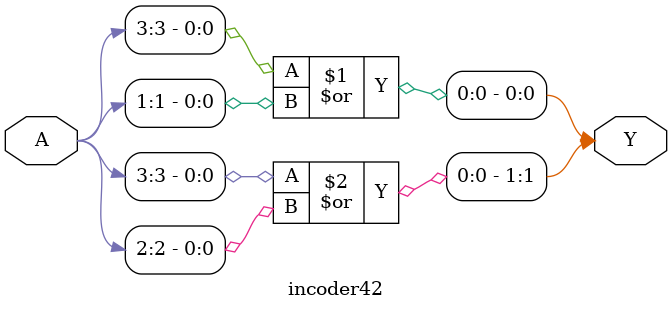
<source format=v>
`timescale 1ns / 1ps
module incoder42(A,Y);

input [3:0] A;
output [1:0] Y;

assign Y[0] = A[3]|A[1];
assign Y[1] = A[3]|A[2];

endmodule

</source>
